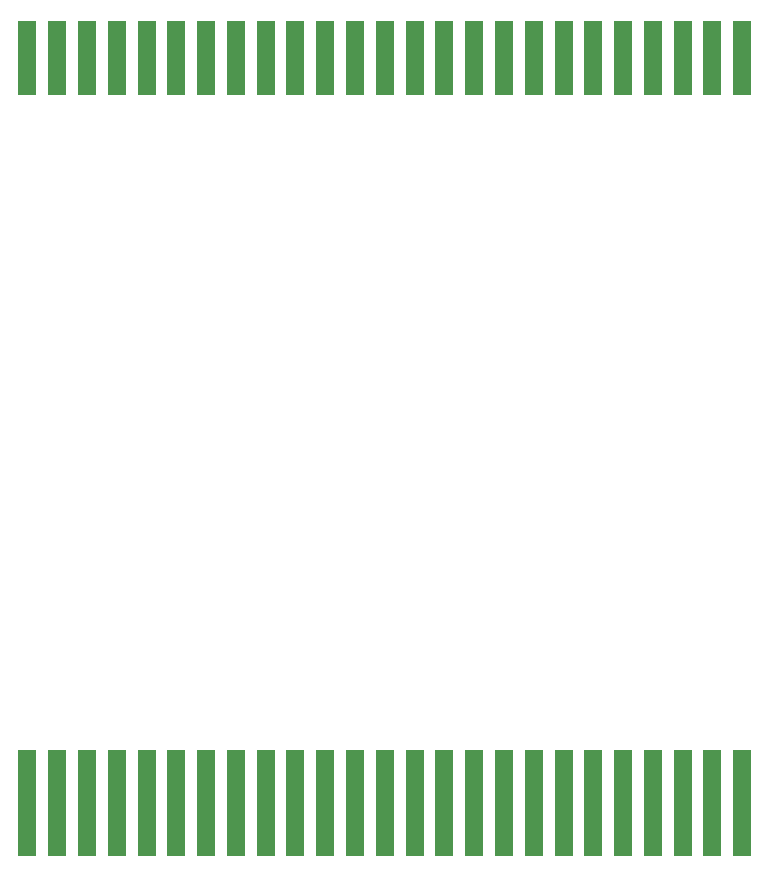
<source format=gbr>
%TF.GenerationSoftware,KiCad,Pcbnew,(6.0.2)*%
%TF.CreationDate,2022-10-23T13:47:45-05:00*%
%TF.ProjectId,REF1220,52454631-3232-4302-9e6b-696361645f70,rev?*%
%TF.SameCoordinates,Original*%
%TF.FileFunction,Paste,Bot*%
%TF.FilePolarity,Positive*%
%FSLAX46Y46*%
G04 Gerber Fmt 4.6, Leading zero omitted, Abs format (unit mm)*
G04 Created by KiCad (PCBNEW (6.0.2)) date 2022-10-23 13:47:45*
%MOMM*%
%LPD*%
G01*
G04 APERTURE LIST*
%ADD10R,1.530000X6.250000*%
%ADD11R,1.530000X9.000000*%
G04 APERTURE END LIST*
D10*
%TO.C,J3*%
X119142000Y-66088000D03*
X121660000Y-66088000D03*
X124185000Y-66088000D03*
X126712000Y-66088000D03*
X129231000Y-66088000D03*
X131750000Y-66088000D03*
X134273000Y-66088000D03*
X136792000Y-66088000D03*
X139311000Y-66088000D03*
X141839000Y-66088000D03*
X144364000Y-66088000D03*
X146885000Y-66088000D03*
X149409000Y-66088000D03*
X151929000Y-66088000D03*
X154449000Y-66088000D03*
X156968000Y-66088000D03*
X159486000Y-66088000D03*
X162010000Y-66088000D03*
X164536000Y-66088000D03*
X167054000Y-66088000D03*
X169574000Y-66088000D03*
X172093000Y-66088000D03*
X174623000Y-66088000D03*
X177149000Y-66088000D03*
X179668000Y-66088000D03*
%TD*%
D11*
%TO.C,J5*%
X119142000Y-129159000D03*
X121660000Y-129159000D03*
X124185000Y-129159000D03*
X126712000Y-129159000D03*
X129231000Y-129159000D03*
X131750000Y-129159000D03*
X134273000Y-129159000D03*
X136792000Y-129159000D03*
X139311000Y-129159000D03*
X141839000Y-129159000D03*
X144364000Y-129159000D03*
X146885000Y-129159000D03*
X149409000Y-129159000D03*
X151929000Y-129159000D03*
X154449000Y-129159000D03*
X156968000Y-129159000D03*
X159486000Y-129159000D03*
X162010000Y-129159000D03*
X164536000Y-129159000D03*
X167054000Y-129159000D03*
X169574000Y-129159000D03*
X172093000Y-129159000D03*
X174623000Y-129159000D03*
X177149000Y-129159000D03*
X179668000Y-129159000D03*
%TD*%
M02*

</source>
